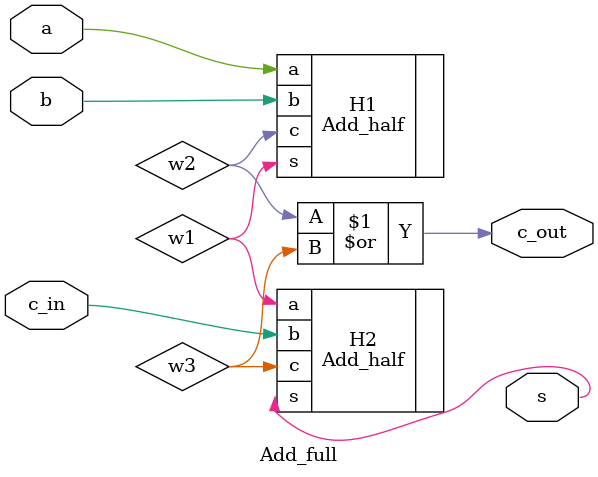
<source format=v>
`timescale 1ns / 1ps

module Add_full(a, b, c_in, s, c_out);
    input a, b, c_in;
    output c_out, s;
    wire w1, w2, w3, w4;
    
    Add_half H1(.a(a),.b(b),.s(w1),.c(w2));
    Add_half H2(.a(w1),.b(c_in),.s(s),.c(w3));
    
    nor(w4,w2,w3);
    not(c_out,w4);
endmodule

</source>
